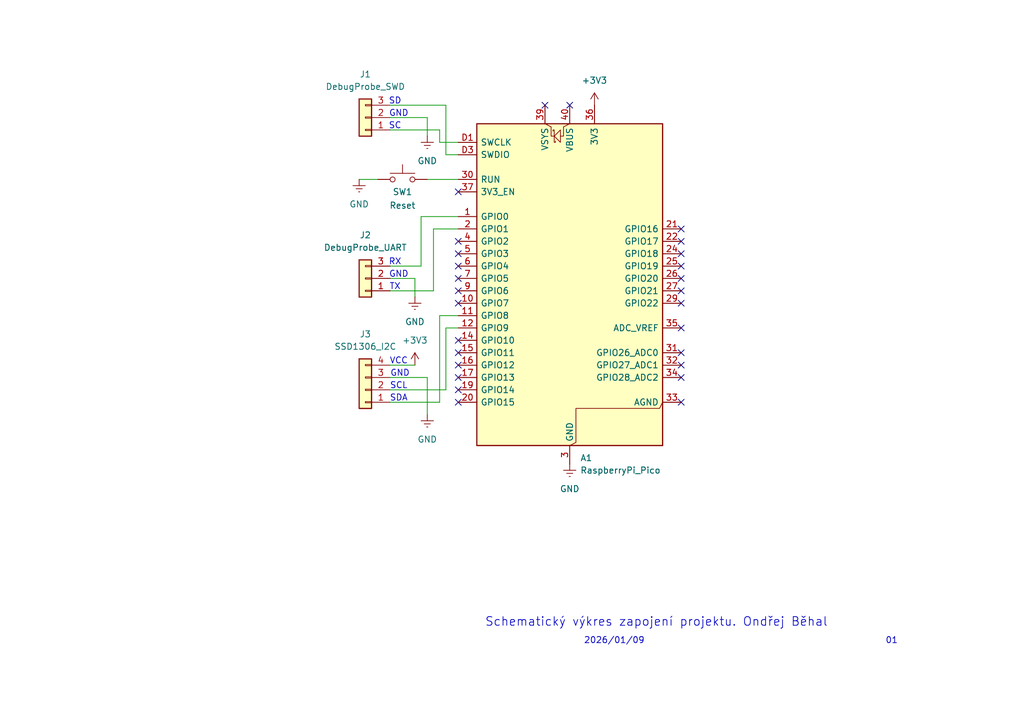
<source format=kicad_sch>
(kicad_sch
	(version 20250114)
	(generator "eeschema")
	(generator_version "9.0")
	(uuid "9c45ba86-2d78-4bb4-b7f2-3c93510fa075")
	(paper "A5")
	(lib_symbols
		(symbol "Connector_Generic:Conn_01x03"
			(pin_names
				(offset 1.016)
				(hide yes)
			)
			(exclude_from_sim no)
			(in_bom yes)
			(on_board yes)
			(property "Reference" "J"
				(at 0 5.08 0)
				(effects
					(font
						(size 1.27 1.27)
					)
				)
			)
			(property "Value" "Conn_01x03"
				(at 0 -5.08 0)
				(effects
					(font
						(size 1.27 1.27)
					)
				)
			)
			(property "Footprint" ""
				(at 0 0 0)
				(effects
					(font
						(size 1.27 1.27)
					)
					(hide yes)
				)
			)
			(property "Datasheet" "~"
				(at 0 0 0)
				(effects
					(font
						(size 1.27 1.27)
					)
					(hide yes)
				)
			)
			(property "Description" "Generic connector, single row, 01x03, script generated (kicad-library-utils/schlib/autogen/connector/)"
				(at 0 0 0)
				(effects
					(font
						(size 1.27 1.27)
					)
					(hide yes)
				)
			)
			(property "ki_keywords" "connector"
				(at 0 0 0)
				(effects
					(font
						(size 1.27 1.27)
					)
					(hide yes)
				)
			)
			(property "ki_fp_filters" "Connector*:*_1x??_*"
				(at 0 0 0)
				(effects
					(font
						(size 1.27 1.27)
					)
					(hide yes)
				)
			)
			(symbol "Conn_01x03_1_1"
				(rectangle
					(start -1.27 3.81)
					(end 1.27 -3.81)
					(stroke
						(width 0.254)
						(type default)
					)
					(fill
						(type background)
					)
				)
				(rectangle
					(start -1.27 2.667)
					(end 0 2.413)
					(stroke
						(width 0.1524)
						(type default)
					)
					(fill
						(type none)
					)
				)
				(rectangle
					(start -1.27 0.127)
					(end 0 -0.127)
					(stroke
						(width 0.1524)
						(type default)
					)
					(fill
						(type none)
					)
				)
				(rectangle
					(start -1.27 -2.413)
					(end 0 -2.667)
					(stroke
						(width 0.1524)
						(type default)
					)
					(fill
						(type none)
					)
				)
				(pin passive line
					(at -5.08 2.54 0)
					(length 3.81)
					(name "Pin_1"
						(effects
							(font
								(size 1.27 1.27)
							)
						)
					)
					(number "1"
						(effects
							(font
								(size 1.27 1.27)
							)
						)
					)
				)
				(pin passive line
					(at -5.08 0 0)
					(length 3.81)
					(name "Pin_2"
						(effects
							(font
								(size 1.27 1.27)
							)
						)
					)
					(number "2"
						(effects
							(font
								(size 1.27 1.27)
							)
						)
					)
				)
				(pin passive line
					(at -5.08 -2.54 0)
					(length 3.81)
					(name "Pin_3"
						(effects
							(font
								(size 1.27 1.27)
							)
						)
					)
					(number "3"
						(effects
							(font
								(size 1.27 1.27)
							)
						)
					)
				)
			)
			(embedded_fonts no)
		)
		(symbol "Connector_Generic:Conn_01x04"
			(pin_names
				(offset 1.016)
				(hide yes)
			)
			(exclude_from_sim no)
			(in_bom yes)
			(on_board yes)
			(property "Reference" "J"
				(at 0 5.08 0)
				(effects
					(font
						(size 1.27 1.27)
					)
				)
			)
			(property "Value" "Conn_01x04"
				(at 0 -7.62 0)
				(effects
					(font
						(size 1.27 1.27)
					)
				)
			)
			(property "Footprint" ""
				(at 0 0 0)
				(effects
					(font
						(size 1.27 1.27)
					)
					(hide yes)
				)
			)
			(property "Datasheet" "~"
				(at 0 0 0)
				(effects
					(font
						(size 1.27 1.27)
					)
					(hide yes)
				)
			)
			(property "Description" "Generic connector, single row, 01x04, script generated (kicad-library-utils/schlib/autogen/connector/)"
				(at 0 0 0)
				(effects
					(font
						(size 1.27 1.27)
					)
					(hide yes)
				)
			)
			(property "ki_keywords" "connector"
				(at 0 0 0)
				(effects
					(font
						(size 1.27 1.27)
					)
					(hide yes)
				)
			)
			(property "ki_fp_filters" "Connector*:*_1x??_*"
				(at 0 0 0)
				(effects
					(font
						(size 1.27 1.27)
					)
					(hide yes)
				)
			)
			(symbol "Conn_01x04_1_1"
				(rectangle
					(start -1.27 3.81)
					(end 1.27 -6.35)
					(stroke
						(width 0.254)
						(type default)
					)
					(fill
						(type background)
					)
				)
				(rectangle
					(start -1.27 2.667)
					(end 0 2.413)
					(stroke
						(width 0.1524)
						(type default)
					)
					(fill
						(type none)
					)
				)
				(rectangle
					(start -1.27 0.127)
					(end 0 -0.127)
					(stroke
						(width 0.1524)
						(type default)
					)
					(fill
						(type none)
					)
				)
				(rectangle
					(start -1.27 -2.413)
					(end 0 -2.667)
					(stroke
						(width 0.1524)
						(type default)
					)
					(fill
						(type none)
					)
				)
				(rectangle
					(start -1.27 -4.953)
					(end 0 -5.207)
					(stroke
						(width 0.1524)
						(type default)
					)
					(fill
						(type none)
					)
				)
				(pin passive line
					(at -5.08 2.54 0)
					(length 3.81)
					(name "Pin_1"
						(effects
							(font
								(size 1.27 1.27)
							)
						)
					)
					(number "1"
						(effects
							(font
								(size 1.27 1.27)
							)
						)
					)
				)
				(pin passive line
					(at -5.08 0 0)
					(length 3.81)
					(name "Pin_2"
						(effects
							(font
								(size 1.27 1.27)
							)
						)
					)
					(number "2"
						(effects
							(font
								(size 1.27 1.27)
							)
						)
					)
				)
				(pin passive line
					(at -5.08 -2.54 0)
					(length 3.81)
					(name "Pin_3"
						(effects
							(font
								(size 1.27 1.27)
							)
						)
					)
					(number "3"
						(effects
							(font
								(size 1.27 1.27)
							)
						)
					)
				)
				(pin passive line
					(at -5.08 -5.08 0)
					(length 3.81)
					(name "Pin_4"
						(effects
							(font
								(size 1.27 1.27)
							)
						)
					)
					(number "4"
						(effects
							(font
								(size 1.27 1.27)
							)
						)
					)
				)
			)
			(embedded_fonts no)
		)
		(symbol "MCU_Module:RaspberryPi_Pico_Debug"
			(pin_names
				(offset 0.762)
			)
			(exclude_from_sim no)
			(in_bom yes)
			(on_board yes)
			(property "Reference" "A"
				(at -19.05 35.56 0)
				(effects
					(font
						(size 1.27 1.27)
					)
					(justify left)
				)
			)
			(property "Value" "RaspberryPi_Pico"
				(at 7.62 35.56 0)
				(effects
					(font
						(size 1.27 1.27)
					)
					(justify left)
				)
			)
			(property "Footprint" "Module:RaspberryPi_Pico_SMD_HandSolder"
				(at 0 -46.99 0)
				(effects
					(font
						(size 1.27 1.27)
					)
					(hide yes)
				)
			)
			(property "Datasheet" "https://datasheets.raspberrypi.com/pico/pico-datasheet.pdf"
				(at 0 -49.53 0)
				(effects
					(font
						(size 1.27 1.27)
					)
					(hide yes)
				)
			)
			(property "Description" "Versatile and inexpensive microcontroller module (with debug pins) powered by RP2040 dual-core Arm Cortex-M0+ processor up to 133 MHz, 264kB SRAM, 2MB QSPI flash; also supports Raspberry Pi Pico 2"
				(at 0 -52.07 0)
				(effects
					(font
						(size 1.27 1.27)
					)
					(hide yes)
				)
			)
			(property "ki_keywords" "RP2350A M33 RISC-V Hazard3 usb swd"
				(at 0 0 0)
				(effects
					(font
						(size 1.27 1.27)
					)
					(hide yes)
				)
			)
			(property "ki_fp_filters" "RaspberryPi?Pico?SMD*"
				(at 0 0 0)
				(effects
					(font
						(size 1.27 1.27)
					)
					(hide yes)
				)
			)
			(symbol "RaspberryPi_Pico_Debug_0_1"
				(rectangle
					(start -19.05 34.29)
					(end 19.05 -31.75)
					(stroke
						(width 0.254)
						(type default)
					)
					(fill
						(type background)
					)
				)
				(polyline
					(pts
						(xy -5.08 34.29) (xy -3.81 33.655) (xy -3.81 31.75) (xy -3.175 31.75)
					)
					(stroke
						(width 0)
						(type default)
					)
					(fill
						(type none)
					)
				)
				(polyline
					(pts
						(xy -3.429 32.766) (xy -3.429 33.02) (xy -3.175 33.02) (xy -3.175 30.48) (xy -2.921 30.48) (xy -2.921 30.734)
					)
					(stroke
						(width 0)
						(type default)
					)
					(fill
						(type none)
					)
				)
				(polyline
					(pts
						(xy -3.175 31.75) (xy -1.905 33.02) (xy -1.905 30.48) (xy -3.175 31.75)
					)
					(stroke
						(width 0)
						(type default)
					)
					(fill
						(type none)
					)
				)
				(polyline
					(pts
						(xy 0 34.29) (xy -1.27 33.655) (xy -1.27 31.75) (xy -1.905 31.75)
					)
					(stroke
						(width 0)
						(type default)
					)
					(fill
						(type none)
					)
				)
				(polyline
					(pts
						(xy 0 -31.75) (xy 1.27 -31.115) (xy 1.27 -24.13) (xy 18.415 -24.13) (xy 19.05 -22.86)
					)
					(stroke
						(width 0)
						(type default)
					)
					(fill
						(type none)
					)
				)
			)
			(symbol "RaspberryPi_Pico_Debug_1_1"
				(pin input line
					(at -22.86 30.48 0)
					(length 3.81)
					(name "SWCLK"
						(effects
							(font
								(size 1.27 1.27)
							)
						)
					)
					(number "D1"
						(effects
							(font
								(size 1.27 1.27)
							)
						)
					)
				)
				(pin bidirectional line
					(at -22.86 27.94 0)
					(length 3.81)
					(name "SWDIO"
						(effects
							(font
								(size 1.27 1.27)
							)
						)
					)
					(number "D3"
						(effects
							(font
								(size 1.27 1.27)
							)
						)
					)
				)
				(pin passive line
					(at -22.86 22.86 0)
					(length 3.81)
					(name "RUN"
						(effects
							(font
								(size 1.27 1.27)
							)
						)
					)
					(number "30"
						(effects
							(font
								(size 1.27 1.27)
							)
						)
					)
					(alternate "~{RESET}" passive line)
				)
				(pin passive line
					(at -22.86 20.32 0)
					(length 3.81)
					(name "3V3_EN"
						(effects
							(font
								(size 1.27 1.27)
							)
						)
					)
					(number "37"
						(effects
							(font
								(size 1.27 1.27)
							)
						)
					)
					(alternate "~{3V3_DISABLE}" passive line)
				)
				(pin bidirectional line
					(at -22.86 15.24 0)
					(length 3.81)
					(name "GPIO0"
						(effects
							(font
								(size 1.27 1.27)
							)
						)
					)
					(number "1"
						(effects
							(font
								(size 1.27 1.27)
							)
						)
					)
					(alternate "I2C0_SDA" bidirectional line)
					(alternate "PWM0_A" output line)
					(alternate "SPI0_RX" input line)
					(alternate "UART0_TX" output line)
					(alternate "USB_OVCUR_DET" input line)
				)
				(pin bidirectional line
					(at -22.86 12.7 0)
					(length 3.81)
					(name "GPIO1"
						(effects
							(font
								(size 1.27 1.27)
							)
						)
					)
					(number "2"
						(effects
							(font
								(size 1.27 1.27)
							)
						)
					)
					(alternate "I2C0_SCL" bidirectional clock)
					(alternate "PWM0_B" bidirectional line)
					(alternate "UART0_RX" input line)
					(alternate "USB_VBUS_DET" passive line)
					(alternate "~{SPI0_CSn}" bidirectional line)
				)
				(pin bidirectional line
					(at -22.86 10.16 0)
					(length 3.81)
					(name "GPIO2"
						(effects
							(font
								(size 1.27 1.27)
							)
						)
					)
					(number "4"
						(effects
							(font
								(size 1.27 1.27)
							)
						)
					)
					(alternate "I2C1_SDA" bidirectional line)
					(alternate "PWM1_A" output line)
					(alternate "SPI0_SCK" bidirectional clock)
					(alternate "UART0_CTS" input line)
					(alternate "USB_VBUS_EN" output line)
				)
				(pin bidirectional line
					(at -22.86 7.62 0)
					(length 3.81)
					(name "GPIO3"
						(effects
							(font
								(size 1.27 1.27)
							)
						)
					)
					(number "5"
						(effects
							(font
								(size 1.27 1.27)
							)
						)
					)
					(alternate "I2C1_SCL" bidirectional clock)
					(alternate "PWM1_B" bidirectional line)
					(alternate "SPI0_TX" output line)
					(alternate "UART0_RTS" output line)
					(alternate "USB_OVCUR_DET" input line)
				)
				(pin bidirectional line
					(at -22.86 5.08 0)
					(length 3.81)
					(name "GPIO4"
						(effects
							(font
								(size 1.27 1.27)
							)
						)
					)
					(number "6"
						(effects
							(font
								(size 1.27 1.27)
							)
						)
					)
					(alternate "I2C0_SDA" bidirectional line)
					(alternate "PWM2_A" output line)
					(alternate "SPI0_RX" input line)
					(alternate "UART1_TX" output line)
					(alternate "USB_VBUS_DET" input line)
				)
				(pin bidirectional line
					(at -22.86 2.54 0)
					(length 3.81)
					(name "GPIO5"
						(effects
							(font
								(size 1.27 1.27)
							)
						)
					)
					(number "7"
						(effects
							(font
								(size 1.27 1.27)
							)
						)
					)
					(alternate "I2C0_SCL" bidirectional clock)
					(alternate "PWM2_B" bidirectional line)
					(alternate "UART1_RX" input line)
					(alternate "USB_VBUS_EN" output line)
					(alternate "~{SPI0_CSn}" bidirectional line)
				)
				(pin bidirectional line
					(at -22.86 0 0)
					(length 3.81)
					(name "GPIO6"
						(effects
							(font
								(size 1.27 1.27)
							)
						)
					)
					(number "9"
						(effects
							(font
								(size 1.27 1.27)
							)
						)
					)
					(alternate "I2C1_SDA" bidirectional line)
					(alternate "PWM3_A" output line)
					(alternate "SPI0_SCK" bidirectional clock)
					(alternate "UART1_CTS" input line)
					(alternate "USB_OVCUR_DET" input line)
				)
				(pin bidirectional line
					(at -22.86 -2.54 0)
					(length 3.81)
					(name "GPIO7"
						(effects
							(font
								(size 1.27 1.27)
							)
						)
					)
					(number "10"
						(effects
							(font
								(size 1.27 1.27)
							)
						)
					)
					(alternate "I2C1_SCL" bidirectional clock)
					(alternate "PWM3_B" bidirectional line)
					(alternate "SPI0_TX" output line)
					(alternate "UART1_RTS" output line)
					(alternate "USB_VBUS_DET" input line)
				)
				(pin bidirectional line
					(at -22.86 -5.08 0)
					(length 3.81)
					(name "GPIO8"
						(effects
							(font
								(size 1.27 1.27)
							)
						)
					)
					(number "11"
						(effects
							(font
								(size 1.27 1.27)
							)
						)
					)
					(alternate "I2C0_SDA" bidirectional line)
					(alternate "PWM4_A" output line)
					(alternate "SPI1_RX" input line)
					(alternate "UART1_TX" output line)
					(alternate "USB_VBUS_EN" output line)
				)
				(pin bidirectional line
					(at -22.86 -7.62 0)
					(length 3.81)
					(name "GPIO9"
						(effects
							(font
								(size 1.27 1.27)
							)
						)
					)
					(number "12"
						(effects
							(font
								(size 1.27 1.27)
							)
						)
					)
					(alternate "I2C0_SCL" bidirectional clock)
					(alternate "PWM4_B" bidirectional line)
					(alternate "UART1_RX" input line)
					(alternate "USB_OVCUR_DET" input line)
					(alternate "~{SPI1_CSn}" bidirectional line)
				)
				(pin bidirectional line
					(at -22.86 -10.16 0)
					(length 3.81)
					(name "GPIO10"
						(effects
							(font
								(size 1.27 1.27)
							)
						)
					)
					(number "14"
						(effects
							(font
								(size 1.27 1.27)
							)
						)
					)
					(alternate "I2C1_SDA" bidirectional line)
					(alternate "PWM5_A" output line)
					(alternate "SPI1_SCK" bidirectional clock)
					(alternate "UART1_CTS" input line)
					(alternate "USB_VBUS_DET" input line)
				)
				(pin bidirectional line
					(at -22.86 -12.7 0)
					(length 3.81)
					(name "GPIO11"
						(effects
							(font
								(size 1.27 1.27)
							)
						)
					)
					(number "15"
						(effects
							(font
								(size 1.27 1.27)
							)
						)
					)
					(alternate "I2C1_SCL" bidirectional clock)
					(alternate "PWM5_B" bidirectional line)
					(alternate "SPI1_TX" output line)
					(alternate "UART1_RTS" output line)
					(alternate "USB_VBUS_EN" output line)
				)
				(pin bidirectional line
					(at -22.86 -15.24 0)
					(length 3.81)
					(name "GPIO12"
						(effects
							(font
								(size 1.27 1.27)
							)
						)
					)
					(number "16"
						(effects
							(font
								(size 1.27 1.27)
							)
						)
					)
					(alternate "I2C0_SDA" bidirectional line)
					(alternate "PWM6_A" output line)
					(alternate "SPI1_RX" input line)
					(alternate "UART0_TX" output line)
					(alternate "USB_OVCUR_DET" input line)
				)
				(pin bidirectional line
					(at -22.86 -17.78 0)
					(length 3.81)
					(name "GPIO13"
						(effects
							(font
								(size 1.27 1.27)
							)
						)
					)
					(number "17"
						(effects
							(font
								(size 1.27 1.27)
							)
						)
					)
					(alternate "I2C0_SCL" bidirectional clock)
					(alternate "PWM6_B" bidirectional line)
					(alternate "UART0_RX" input line)
					(alternate "USB_VBUS_DET" input line)
					(alternate "~{SPI1_CSn}" bidirectional line)
				)
				(pin bidirectional line
					(at -22.86 -20.32 0)
					(length 3.81)
					(name "GPIO14"
						(effects
							(font
								(size 1.27 1.27)
							)
						)
					)
					(number "19"
						(effects
							(font
								(size 1.27 1.27)
							)
						)
					)
					(alternate "I2C1_SDA" bidirectional line)
					(alternate "PWM7_A" output line)
					(alternate "SPI1_SCK" bidirectional clock)
					(alternate "UART0_CTS" input line)
					(alternate "USB_VBUS_EN" output line)
				)
				(pin bidirectional line
					(at -22.86 -22.86 0)
					(length 3.81)
					(name "GPIO15"
						(effects
							(font
								(size 1.27 1.27)
							)
						)
					)
					(number "20"
						(effects
							(font
								(size 1.27 1.27)
							)
						)
					)
					(alternate "I2C1_SCL" bidirectional clock)
					(alternate "PWM7_B" bidirectional line)
					(alternate "SPI1_TX" output line)
					(alternate "UART0_RTS" output line)
					(alternate "USB_OVCUR_DET" input line)
				)
				(pin power_in line
					(at -5.08 38.1 270)
					(length 3.81)
					(name "VSYS"
						(effects
							(font
								(size 1.27 1.27)
							)
						)
					)
					(number "39"
						(effects
							(font
								(size 1.27 1.27)
							)
						)
					)
					(alternate "VSYS_OUT" power_out line)
				)
				(pin power_out line
					(at 0 38.1 270)
					(length 3.81)
					(name "VBUS"
						(effects
							(font
								(size 1.27 1.27)
							)
						)
					)
					(number "40"
						(effects
							(font
								(size 1.27 1.27)
							)
						)
					)
					(alternate "VBUS_IN" power_in line)
				)
				(pin passive line
					(at 0 -35.56 90)
					(length 3.81)
					(hide yes)
					(name "GND"
						(effects
							(font
								(size 1.27 1.27)
							)
						)
					)
					(number "13"
						(effects
							(font
								(size 1.27 1.27)
							)
						)
					)
				)
				(pin passive line
					(at 0 -35.56 90)
					(length 3.81)
					(hide yes)
					(name "GND"
						(effects
							(font
								(size 1.27 1.27)
							)
						)
					)
					(number "18"
						(effects
							(font
								(size 1.27 1.27)
							)
						)
					)
				)
				(pin passive line
					(at 0 -35.56 90)
					(length 3.81)
					(hide yes)
					(name "GND"
						(effects
							(font
								(size 1.27 1.27)
							)
						)
					)
					(number "23"
						(effects
							(font
								(size 1.27 1.27)
							)
						)
					)
				)
				(pin passive line
					(at 0 -35.56 90)
					(length 3.81)
					(hide yes)
					(name "GND"
						(effects
							(font
								(size 1.27 1.27)
							)
						)
					)
					(number "28"
						(effects
							(font
								(size 1.27 1.27)
							)
						)
					)
				)
				(pin power_out line
					(at 0 -35.56 90)
					(length 3.81)
					(name "GND"
						(effects
							(font
								(size 1.27 1.27)
							)
						)
					)
					(number "3"
						(effects
							(font
								(size 1.27 1.27)
							)
						)
					)
					(alternate "GND_IN" power_in line)
				)
				(pin passive line
					(at 0 -35.56 90)
					(length 3.81)
					(hide yes)
					(name "GND"
						(effects
							(font
								(size 1.27 1.27)
							)
						)
					)
					(number "38"
						(effects
							(font
								(size 1.27 1.27)
							)
						)
					)
				)
				(pin passive line
					(at 0 -35.56 90)
					(length 3.81)
					(hide yes)
					(name "GND"
						(effects
							(font
								(size 1.27 1.27)
							)
						)
					)
					(number "8"
						(effects
							(font
								(size 1.27 1.27)
							)
						)
					)
				)
				(pin passive line
					(at 0 -35.56 90)
					(length 3.81)
					(hide yes)
					(name "GND"
						(effects
							(font
								(size 1.27 1.27)
							)
						)
					)
					(number "D2"
						(effects
							(font
								(size 1.27 1.27)
							)
						)
					)
				)
				(pin power_out line
					(at 5.08 38.1 270)
					(length 3.81)
					(name "3V3"
						(effects
							(font
								(size 1.27 1.27)
							)
						)
					)
					(number "36"
						(effects
							(font
								(size 1.27 1.27)
							)
						)
					)
				)
				(pin bidirectional line
					(at 22.86 12.7 180)
					(length 3.81)
					(name "GPIO16"
						(effects
							(font
								(size 1.27 1.27)
							)
						)
					)
					(number "21"
						(effects
							(font
								(size 1.27 1.27)
							)
						)
					)
					(alternate "I2C0_SDA" bidirectional line)
					(alternate "PWM0_A" output line)
					(alternate "SPI0_RX" input line)
					(alternate "UART0_TX" output line)
					(alternate "USB_VBUS_DET" input line)
				)
				(pin bidirectional line
					(at 22.86 10.16 180)
					(length 3.81)
					(name "GPIO17"
						(effects
							(font
								(size 1.27 1.27)
							)
						)
					)
					(number "22"
						(effects
							(font
								(size 1.27 1.27)
							)
						)
					)
					(alternate "I2C0_SCL" bidirectional clock)
					(alternate "PWM0_B" bidirectional line)
					(alternate "UART0_RX" input line)
					(alternate "USB_VBUS_EN" output line)
					(alternate "~{SPI0_CSn}" bidirectional line)
				)
				(pin bidirectional line
					(at 22.86 7.62 180)
					(length 3.81)
					(name "GPIO18"
						(effects
							(font
								(size 1.27 1.27)
							)
						)
					)
					(number "24"
						(effects
							(font
								(size 1.27 1.27)
							)
						)
					)
					(alternate "I2C1_SDA" bidirectional line)
					(alternate "PWM1_A" output line)
					(alternate "SPI0_SCK" bidirectional clock)
					(alternate "UART0_CTS" input line)
					(alternate "USB_OVCUR_DET" input line)
				)
				(pin bidirectional line
					(at 22.86 5.08 180)
					(length 3.81)
					(name "GPIO19"
						(effects
							(font
								(size 1.27 1.27)
							)
						)
					)
					(number "25"
						(effects
							(font
								(size 1.27 1.27)
							)
						)
					)
					(alternate "I2C1_SCL" bidirectional clock)
					(alternate "PWM1_B" bidirectional line)
					(alternate "SPI0_TX" output line)
					(alternate "UART0_RTS" output line)
					(alternate "USB_VBUS_DET" input line)
				)
				(pin bidirectional line
					(at 22.86 2.54 180)
					(length 3.81)
					(name "GPIO20"
						(effects
							(font
								(size 1.27 1.27)
							)
						)
					)
					(number "26"
						(effects
							(font
								(size 1.27 1.27)
							)
						)
					)
					(alternate "CLOCK_GPIN0" input clock)
					(alternate "I2C0_SDA" bidirectional line)
					(alternate "PWM2_A" output line)
					(alternate "SPI0_RX" input line)
					(alternate "UART1_TX" output line)
					(alternate "USB_VBUS_EN" output line)
				)
				(pin bidirectional line
					(at 22.86 0 180)
					(length 3.81)
					(name "GPIO21"
						(effects
							(font
								(size 1.27 1.27)
							)
						)
					)
					(number "27"
						(effects
							(font
								(size 1.27 1.27)
							)
						)
					)
					(alternate "CLOCK_GPOUT0" output clock)
					(alternate "I2C0_SCL" bidirectional clock)
					(alternate "PWM2_B" bidirectional line)
					(alternate "UART1_RX" input line)
					(alternate "USB_OVCUR_DET" input line)
					(alternate "~{SPI0_CSn}" bidirectional line)
				)
				(pin bidirectional line
					(at 22.86 -2.54 180)
					(length 3.81)
					(name "GPIO22"
						(effects
							(font
								(size 1.27 1.27)
							)
						)
					)
					(number "29"
						(effects
							(font
								(size 1.27 1.27)
							)
						)
					)
					(alternate "CLOCK_GPIN1" input clock)
					(alternate "I2C1_SDA" bidirectional line)
					(alternate "PWM3_A" output line)
					(alternate "SPI0_SCK" bidirectional clock)
					(alternate "UART1_CTS" input line)
					(alternate "USB_VBUS_DET" input line)
				)
				(pin power_in line
					(at 22.86 -7.62 180)
					(length 3.81)
					(name "ADC_VREF"
						(effects
							(font
								(size 1.27 1.27)
							)
						)
					)
					(number "35"
						(effects
							(font
								(size 1.27 1.27)
							)
						)
					)
				)
				(pin bidirectional line
					(at 22.86 -12.7 180)
					(length 3.81)
					(name "GPIO26_ADC0"
						(effects
							(font
								(size 1.27 1.27)
							)
						)
					)
					(number "31"
						(effects
							(font
								(size 1.27 1.27)
							)
						)
					)
					(alternate "ADC0" input line)
					(alternate "GPIO26" bidirectional line)
					(alternate "I2C1_SDA" bidirectional line)
					(alternate "PWM5_A" output line)
					(alternate "SPI1_SCK" bidirectional clock)
					(alternate "UART1_CTS" input line)
					(alternate "USB_VBUS_EN" output line)
				)
				(pin bidirectional line
					(at 22.86 -15.24 180)
					(length 3.81)
					(name "GPIO27_ADC1"
						(effects
							(font
								(size 1.27 1.27)
							)
						)
					)
					(number "32"
						(effects
							(font
								(size 1.27 1.27)
							)
						)
					)
					(alternate "ADC1" input line)
					(alternate "GPIO27" bidirectional line)
					(alternate "I2C1_SCL" bidirectional clock)
					(alternate "PWM5_B" bidirectional line)
					(alternate "SPI1_TX" output line)
					(alternate "UART1_RTS" output line)
					(alternate "USB_OVCUR_DET" input line)
				)
				(pin bidirectional line
					(at 22.86 -17.78 180)
					(length 3.81)
					(name "GPIO28_ADC2"
						(effects
							(font
								(size 1.27 1.27)
							)
						)
					)
					(number "34"
						(effects
							(font
								(size 1.27 1.27)
							)
						)
					)
					(alternate "ADC2" input line)
					(alternate "GPIO28" bidirectional line)
					(alternate "I2C0_SDA" bidirectional line)
					(alternate "PWM6_A" output line)
					(alternate "SPI1_RX" input line)
					(alternate "UART0_TX" output line)
					(alternate "USB_VBUS_DET" input line)
				)
				(pin power_out line
					(at 22.86 -22.86 180)
					(length 3.81)
					(name "AGND"
						(effects
							(font
								(size 1.27 1.27)
							)
						)
					)
					(number "33"
						(effects
							(font
								(size 1.27 1.27)
							)
						)
					)
					(alternate "GND" passive line)
				)
			)
			(embedded_fonts no)
		)
		(symbol "Switch:SW_Push"
			(pin_numbers
				(hide yes)
			)
			(pin_names
				(offset 1.016)
				(hide yes)
			)
			(exclude_from_sim no)
			(in_bom yes)
			(on_board yes)
			(property "Reference" "SW"
				(at 1.27 2.54 0)
				(effects
					(font
						(size 1.27 1.27)
					)
					(justify left)
				)
			)
			(property "Value" "SW_Push"
				(at 0 -1.524 0)
				(effects
					(font
						(size 1.27 1.27)
					)
				)
			)
			(property "Footprint" ""
				(at 0 5.08 0)
				(effects
					(font
						(size 1.27 1.27)
					)
					(hide yes)
				)
			)
			(property "Datasheet" "~"
				(at 0 5.08 0)
				(effects
					(font
						(size 1.27 1.27)
					)
					(hide yes)
				)
			)
			(property "Description" "Push button switch, generic, two pins"
				(at 0 0 0)
				(effects
					(font
						(size 1.27 1.27)
					)
					(hide yes)
				)
			)
			(property "ki_keywords" "switch normally-open pushbutton push-button"
				(at 0 0 0)
				(effects
					(font
						(size 1.27 1.27)
					)
					(hide yes)
				)
			)
			(symbol "SW_Push_0_1"
				(circle
					(center -2.032 0)
					(radius 0.508)
					(stroke
						(width 0)
						(type default)
					)
					(fill
						(type none)
					)
				)
				(polyline
					(pts
						(xy 0 1.27) (xy 0 3.048)
					)
					(stroke
						(width 0)
						(type default)
					)
					(fill
						(type none)
					)
				)
				(circle
					(center 2.032 0)
					(radius 0.508)
					(stroke
						(width 0)
						(type default)
					)
					(fill
						(type none)
					)
				)
				(polyline
					(pts
						(xy 2.54 1.27) (xy -2.54 1.27)
					)
					(stroke
						(width 0)
						(type default)
					)
					(fill
						(type none)
					)
				)
				(pin passive line
					(at -5.08 0 0)
					(length 2.54)
					(name "1"
						(effects
							(font
								(size 1.27 1.27)
							)
						)
					)
					(number "1"
						(effects
							(font
								(size 1.27 1.27)
							)
						)
					)
				)
				(pin passive line
					(at 5.08 0 180)
					(length 2.54)
					(name "2"
						(effects
							(font
								(size 1.27 1.27)
							)
						)
					)
					(number "2"
						(effects
							(font
								(size 1.27 1.27)
							)
						)
					)
				)
			)
			(embedded_fonts no)
		)
		(symbol "power:+3V3"
			(power)
			(pin_numbers
				(hide yes)
			)
			(pin_names
				(offset 0)
				(hide yes)
			)
			(exclude_from_sim no)
			(in_bom yes)
			(on_board yes)
			(property "Reference" "#PWR"
				(at 0 -3.81 0)
				(effects
					(font
						(size 1.27 1.27)
					)
					(hide yes)
				)
			)
			(property "Value" "+3V3"
				(at 0 3.556 0)
				(effects
					(font
						(size 1.27 1.27)
					)
				)
			)
			(property "Footprint" ""
				(at 0 0 0)
				(effects
					(font
						(size 1.27 1.27)
					)
					(hide yes)
				)
			)
			(property "Datasheet" ""
				(at 0 0 0)
				(effects
					(font
						(size 1.27 1.27)
					)
					(hide yes)
				)
			)
			(property "Description" "Power symbol creates a global label with name \"+3V3\""
				(at 0 0 0)
				(effects
					(font
						(size 1.27 1.27)
					)
					(hide yes)
				)
			)
			(property "ki_keywords" "global power"
				(at 0 0 0)
				(effects
					(font
						(size 1.27 1.27)
					)
					(hide yes)
				)
			)
			(symbol "+3V3_0_1"
				(polyline
					(pts
						(xy -0.762 1.27) (xy 0 2.54)
					)
					(stroke
						(width 0)
						(type default)
					)
					(fill
						(type none)
					)
				)
				(polyline
					(pts
						(xy 0 2.54) (xy 0.762 1.27)
					)
					(stroke
						(width 0)
						(type default)
					)
					(fill
						(type none)
					)
				)
				(polyline
					(pts
						(xy 0 0) (xy 0 2.54)
					)
					(stroke
						(width 0)
						(type default)
					)
					(fill
						(type none)
					)
				)
			)
			(symbol "+3V3_1_1"
				(pin power_in line
					(at 0 0 90)
					(length 0)
					(name "~"
						(effects
							(font
								(size 1.27 1.27)
							)
						)
					)
					(number "1"
						(effects
							(font
								(size 1.27 1.27)
							)
						)
					)
				)
			)
			(embedded_fonts no)
		)
		(symbol "power:GNDREF"
			(power)
			(pin_numbers
				(hide yes)
			)
			(pin_names
				(offset 0)
				(hide yes)
			)
			(exclude_from_sim no)
			(in_bom yes)
			(on_board yes)
			(property "Reference" "#PWR"
				(at 0 -6.35 0)
				(effects
					(font
						(size 1.27 1.27)
					)
					(hide yes)
				)
			)
			(property "Value" "GNDREF"
				(at 0 -3.81 0)
				(effects
					(font
						(size 1.27 1.27)
					)
				)
			)
			(property "Footprint" ""
				(at 0 0 0)
				(effects
					(font
						(size 1.27 1.27)
					)
					(hide yes)
				)
			)
			(property "Datasheet" ""
				(at 0 0 0)
				(effects
					(font
						(size 1.27 1.27)
					)
					(hide yes)
				)
			)
			(property "Description" "Power symbol creates a global label with name \"GNDREF\" , reference supply ground"
				(at 0 0 0)
				(effects
					(font
						(size 1.27 1.27)
					)
					(hide yes)
				)
			)
			(property "ki_keywords" "global power"
				(at 0 0 0)
				(effects
					(font
						(size 1.27 1.27)
					)
					(hide yes)
				)
			)
			(symbol "GNDREF_0_1"
				(polyline
					(pts
						(xy -0.635 -1.905) (xy 0.635 -1.905)
					)
					(stroke
						(width 0)
						(type default)
					)
					(fill
						(type none)
					)
				)
				(polyline
					(pts
						(xy -0.127 -2.54) (xy 0.127 -2.54)
					)
					(stroke
						(width 0)
						(type default)
					)
					(fill
						(type none)
					)
				)
				(polyline
					(pts
						(xy 0 -1.27) (xy 0 0)
					)
					(stroke
						(width 0)
						(type default)
					)
					(fill
						(type none)
					)
				)
				(polyline
					(pts
						(xy 1.27 -1.27) (xy -1.27 -1.27)
					)
					(stroke
						(width 0)
						(type default)
					)
					(fill
						(type none)
					)
				)
			)
			(symbol "GNDREF_1_1"
				(pin power_in line
					(at 0 0 270)
					(length 0)
					(name "~"
						(effects
							(font
								(size 1.27 1.27)
							)
						)
					)
					(number "1"
						(effects
							(font
								(size 1.27 1.27)
							)
						)
					)
				)
			)
			(embedded_fonts no)
		)
	)
	(text "01"
		(exclude_from_sim no)
		(at 182.88 131.572 0)
		(effects
			(font
				(size 1.27 1.27)
			)
		)
		(uuid "00d7697a-36f3-4a47-b37c-cfbad34ad47d")
	)
	(text "SC"
		(exclude_from_sim no)
		(at 81.026 25.908 0)
		(effects
			(font
				(size 1.27 1.27)
			)
		)
		(uuid "24fb9bd9-b7e6-43ce-a94c-6f158eb18db3")
	)
	(text "TX"
		(exclude_from_sim no)
		(at 81.026 58.928 0)
		(effects
			(font
				(size 1.27 1.27)
			)
		)
		(uuid "3396a8b6-a790-4802-b119-ef0de23b3a63")
	)
	(text "VCC"
		(exclude_from_sim no)
		(at 81.788 74.168 0)
		(effects
			(font
				(size 1.27 1.27)
			)
		)
		(uuid "56345806-122c-4505-8d79-536c341335fa")
	)
	(text "GND"
		(exclude_from_sim no)
		(at 81.788 56.388 0)
		(effects
			(font
				(size 1.27 1.27)
			)
		)
		(uuid "660c5428-6e1a-473f-876e-0f4538940cab")
	)
	(text "GND"
		(exclude_from_sim no)
		(at 81.788 23.368 0)
		(effects
			(font
				(size 1.27 1.27)
			)
		)
		(uuid "6b876d65-39b1-4d5a-b752-182c84c95d24")
	)
	(text "SD"
		(exclude_from_sim no)
		(at 81.026 20.828 0)
		(effects
			(font
				(size 1.27 1.27)
			)
		)
		(uuid "73d4e8ef-5356-444c-b21d-be100b60d25c")
	)
	(text "SCL"
		(exclude_from_sim no)
		(at 81.788 79.248 0)
		(effects
			(font
				(size 1.27 1.27)
			)
		)
		(uuid "a9881bc8-cd6a-42b2-a4d0-e1f4970d7009")
	)
	(text "RX"
		(exclude_from_sim no)
		(at 81.026 53.848 0)
		(effects
			(font
				(size 1.27 1.27)
			)
		)
		(uuid "cc8fd712-c288-4b10-b0c0-8df78eaf9f60")
	)
	(text "GND"
		(exclude_from_sim no)
		(at 82.042 76.708 0)
		(effects
			(font
				(size 1.27 1.27)
			)
		)
		(uuid "dad1d4e0-83a6-465d-a609-35634edbdd3a")
	)
	(text "Schematický výkres zapojení projektu. Ondřej Běhal"
		(exclude_from_sim no)
		(at 134.62 127.762 0)
		(effects
			(font
				(size 1.778 1.778)
			)
		)
		(uuid "f5f0ed67-4ded-4d31-9839-eadc3f8f232e")
	)
	(text "SDA"
		(exclude_from_sim no)
		(at 81.788 81.788 0)
		(effects
			(font
				(size 1.27 1.27)
			)
		)
		(uuid "f737b399-e568-4705-86fd-5f10ec8e463c")
	)
	(text "2026/01/09"
		(exclude_from_sim no)
		(at 125.984 131.572 0)
		(effects
			(font
				(size 1.27 1.27)
			)
		)
		(uuid "f765c190-efe4-43ff-831b-cf63f2d048e7")
	)
	(no_connect
		(at 139.7 57.15)
		(uuid "092abc33-af09-49e1-88fc-0dacb0b95981")
	)
	(no_connect
		(at 93.98 74.93)
		(uuid "14e828d6-1b1c-4bdf-a245-d5aed36ef0a4")
	)
	(no_connect
		(at 139.7 46.99)
		(uuid "1cbb51a8-4172-4874-b0d9-c3658c83b0d9")
	)
	(no_connect
		(at 93.98 52.07)
		(uuid "1dde3233-a629-4775-a7ca-ccbcbc3dcf7e")
	)
	(no_connect
		(at 139.7 74.93)
		(uuid "28a8de5e-70dc-4001-be28-7794fd278cfa")
	)
	(no_connect
		(at 139.7 72.39)
		(uuid "2facc3e1-66b9-4600-b1bd-128e2d0ed263")
	)
	(no_connect
		(at 116.84 21.59)
		(uuid "3510808f-d3b9-423f-9a08-0163998455d8")
	)
	(no_connect
		(at 93.98 72.39)
		(uuid "39afce07-af20-4d5c-8978-e1543e8a354e")
	)
	(no_connect
		(at 139.7 54.61)
		(uuid "58eddbf4-4b72-4ad5-ad7e-ae15fc6d20f7")
	)
	(no_connect
		(at 139.7 49.53)
		(uuid "5b1a7e34-f473-490e-b19a-81b33cab4dc5")
	)
	(no_connect
		(at 139.7 77.47)
		(uuid "5bd8035d-9a23-4fa1-b90c-b41883fe5e5c")
	)
	(no_connect
		(at 139.7 52.07)
		(uuid "5f57ed9f-cf45-4170-8761-f6d22b42cbc1")
	)
	(no_connect
		(at 93.98 62.23)
		(uuid "61249451-b13a-4770-87fc-b34d06127971")
	)
	(no_connect
		(at 139.7 82.55)
		(uuid "6407f4c4-f7b7-43f1-a28e-b521caf22cd7")
	)
	(no_connect
		(at 93.98 39.37)
		(uuid "64b3b8f8-1ef4-497e-8d12-5043dc8adee5")
	)
	(no_connect
		(at 93.98 57.15)
		(uuid "673944e2-1dc1-45b1-a8a9-79a58e2c0f05")
	)
	(no_connect
		(at 93.98 59.69)
		(uuid "7ae59567-55b2-401a-8e2e-47ae0baddc30")
	)
	(no_connect
		(at 93.98 69.85)
		(uuid "7d342533-61a1-4250-9994-8baf27de5881")
	)
	(no_connect
		(at 93.98 49.53)
		(uuid "8672a076-7737-4145-925c-abbaf673a3dc")
	)
	(no_connect
		(at 93.98 77.47)
		(uuid "a2343b5d-7a73-45f8-8c67-fe54622b77e3")
	)
	(no_connect
		(at 93.98 82.55)
		(uuid "c808519b-d047-4e0c-b3d0-a9d8d00963d0")
	)
	(no_connect
		(at 93.98 80.01)
		(uuid "d550ab2c-8c93-4818-a920-32d887700f60")
	)
	(no_connect
		(at 139.7 62.23)
		(uuid "d6cb54de-51d7-4ea8-95ae-24c751a4d32a")
	)
	(no_connect
		(at 139.7 67.31)
		(uuid "e6a4af86-83d4-4734-ae21-3f19c5785440")
	)
	(no_connect
		(at 93.98 54.61)
		(uuid "fe545ae8-7567-4abe-bb91-e0bee260ac2b")
	)
	(no_connect
		(at 139.7 59.69)
		(uuid "febfb95f-25f0-4346-8d58-13b0348df70f")
	)
	(no_connect
		(at 111.76 21.59)
		(uuid "fff45256-1580-451a-ac73-26139dbcb8d3")
	)
	(wire
		(pts
			(xy 87.63 36.83) (xy 93.98 36.83)
		)
		(stroke
			(width 0)
			(type default)
		)
		(uuid "012c1cec-1b9a-4d89-9155-9aa2e29e033f")
	)
	(wire
		(pts
			(xy 93.98 31.75) (xy 91.44 31.75)
		)
		(stroke
			(width 0)
			(type default)
		)
		(uuid "049f8105-5d8b-4371-b9c8-17af1cd8fd84")
	)
	(wire
		(pts
			(xy 91.44 67.31) (xy 93.98 67.31)
		)
		(stroke
			(width 0)
			(type default)
		)
		(uuid "0672622d-89ae-496c-900f-a234da70019a")
	)
	(wire
		(pts
			(xy 80.01 21.59) (xy 91.44 21.59)
		)
		(stroke
			(width 0)
			(type default)
		)
		(uuid "0e3d68a1-191f-43f4-b7c7-ce08d8c63c56")
	)
	(wire
		(pts
			(xy 80.01 59.69) (xy 88.9 59.69)
		)
		(stroke
			(width 0)
			(type default)
		)
		(uuid "20eda403-327f-475e-a6dc-e40e3fb909d5")
	)
	(wire
		(pts
			(xy 90.17 26.67) (xy 90.17 29.21)
		)
		(stroke
			(width 0)
			(type default)
		)
		(uuid "2ef8057c-7080-4951-811c-f97b571f169e")
	)
	(wire
		(pts
			(xy 85.09 57.15) (xy 85.09 60.96)
		)
		(stroke
			(width 0)
			(type default)
		)
		(uuid "38464076-fd07-42d0-9a9d-356ec1375a28")
	)
	(wire
		(pts
			(xy 80.01 77.47) (xy 87.63 77.47)
		)
		(stroke
			(width 0)
			(type default)
		)
		(uuid "3b3da785-c9c7-45df-8d5b-00a778d0caaf")
	)
	(wire
		(pts
			(xy 91.44 31.75) (xy 91.44 21.59)
		)
		(stroke
			(width 0)
			(type default)
		)
		(uuid "406f54f0-8959-43be-ab37-9267dd759b06")
	)
	(wire
		(pts
			(xy 80.01 74.93) (xy 85.09 74.93)
		)
		(stroke
			(width 0)
			(type default)
		)
		(uuid "4bb26ab4-5231-49e5-b739-6eeb270c68a8")
	)
	(wire
		(pts
			(xy 93.98 46.99) (xy 88.9 46.99)
		)
		(stroke
			(width 0)
			(type default)
		)
		(uuid "6a87b213-1b47-4dfa-bc2d-151ca87f0d27")
	)
	(wire
		(pts
			(xy 80.01 80.01) (xy 91.44 80.01)
		)
		(stroke
			(width 0)
			(type default)
		)
		(uuid "7f02da21-a631-4a6a-853e-aa61c0e6be6e")
	)
	(wire
		(pts
			(xy 86.36 54.61) (xy 86.36 44.45)
		)
		(stroke
			(width 0)
			(type default)
		)
		(uuid "853af182-dc8b-47dc-a392-7a9471d50e23")
	)
	(wire
		(pts
			(xy 88.9 46.99) (xy 88.9 59.69)
		)
		(stroke
			(width 0)
			(type default)
		)
		(uuid "8f5359a2-b83f-4da5-a76b-6ccbc8558e6e")
	)
	(wire
		(pts
			(xy 80.01 82.55) (xy 90.17 82.55)
		)
		(stroke
			(width 0)
			(type default)
		)
		(uuid "9ee0fbe6-32ba-434e-92e2-090768227e5d")
	)
	(wire
		(pts
			(xy 80.01 26.67) (xy 90.17 26.67)
		)
		(stroke
			(width 0)
			(type default)
		)
		(uuid "b8c29aee-0cc7-44f6-a5d6-04ee17ab985a")
	)
	(wire
		(pts
			(xy 91.44 80.01) (xy 91.44 67.31)
		)
		(stroke
			(width 0)
			(type default)
		)
		(uuid "b8f955df-057d-4954-b4f4-84b03a7f583d")
	)
	(wire
		(pts
			(xy 80.01 54.61) (xy 86.36 54.61)
		)
		(stroke
			(width 0)
			(type default)
		)
		(uuid "b9064bb0-b4bd-42e4-997e-8855bff713a7")
	)
	(wire
		(pts
			(xy 73.66 36.83) (xy 77.47 36.83)
		)
		(stroke
			(width 0)
			(type default)
		)
		(uuid "ba909a75-1faa-49b0-a0e1-f770863c4bb9")
	)
	(wire
		(pts
			(xy 87.63 77.47) (xy 87.63 85.09)
		)
		(stroke
			(width 0)
			(type default)
		)
		(uuid "c69bcce4-87d8-4c04-8c8b-1c5c897c7bb4")
	)
	(wire
		(pts
			(xy 87.63 24.13) (xy 87.63 27.94)
		)
		(stroke
			(width 0)
			(type default)
		)
		(uuid "cdf59e6c-04c4-469f-93f2-38210ffc4840")
	)
	(wire
		(pts
			(xy 86.36 44.45) (xy 93.98 44.45)
		)
		(stroke
			(width 0)
			(type default)
		)
		(uuid "de882d96-175b-4940-9f39-7857d562d6e8")
	)
	(wire
		(pts
			(xy 90.17 29.21) (xy 93.98 29.21)
		)
		(stroke
			(width 0)
			(type default)
		)
		(uuid "e63b9a7d-bf25-4c8b-b266-82e6b9b00acf")
	)
	(wire
		(pts
			(xy 90.17 64.77) (xy 90.17 82.55)
		)
		(stroke
			(width 0)
			(type default)
		)
		(uuid "ed83fb34-3595-40cc-b533-305ef966fa80")
	)
	(wire
		(pts
			(xy 80.01 57.15) (xy 85.09 57.15)
		)
		(stroke
			(width 0)
			(type default)
		)
		(uuid "edb19ab4-96fb-4089-88a9-5e7fb5325c11")
	)
	(wire
		(pts
			(xy 90.17 64.77) (xy 93.98 64.77)
		)
		(stroke
			(width 0)
			(type default)
		)
		(uuid "f08b14d7-9221-434d-ad54-a6324d3a1295")
	)
	(wire
		(pts
			(xy 80.01 24.13) (xy 87.63 24.13)
		)
		(stroke
			(width 0)
			(type default)
		)
		(uuid "f0d55111-b0f5-43ac-bb9c-150e4a65d13b")
	)
	(symbol
		(lib_id "power:GNDREF")
		(at 87.63 85.09 0)
		(unit 1)
		(exclude_from_sim no)
		(in_bom yes)
		(on_board yes)
		(dnp no)
		(fields_autoplaced yes)
		(uuid "07770417-be13-43ea-8c71-f2c8496adbd8")
		(property "Reference" "#PWR07"
			(at 87.63 91.44 0)
			(effects
				(font
					(size 1.27 1.27)
				)
				(hide yes)
			)
		)
		(property "Value" "GND"
			(at 87.63 90.17 0)
			(effects
				(font
					(size 1.27 1.27)
				)
			)
		)
		(property "Footprint" ""
			(at 87.63 85.09 0)
			(effects
				(font
					(size 1.27 1.27)
				)
				(hide yes)
			)
		)
		(property "Datasheet" ""
			(at 87.63 85.09 0)
			(effects
				(font
					(size 1.27 1.27)
				)
				(hide yes)
			)
		)
		(property "Description" "Power symbol creates a global label with name \"GNDREF\" , reference supply ground"
			(at 87.63 85.09 0)
			(effects
				(font
					(size 1.27 1.27)
				)
				(hide yes)
			)
		)
		(pin "1"
			(uuid "abc54e43-f2f0-42b4-8389-fb7e09b24f7a")
		)
		(instances
			(project "schematic"
				(path "/9c45ba86-2d78-4bb4-b7f2-3c93510fa075"
					(reference "#PWR07")
					(unit 1)
				)
			)
		)
	)
	(symbol
		(lib_id "Switch:SW_Push")
		(at 82.55 36.83 0)
		(unit 1)
		(exclude_from_sim no)
		(in_bom yes)
		(on_board yes)
		(dnp no)
		(uuid "09b92d0c-fb25-40f2-933f-c9e9cb812d98")
		(property "Reference" "SW1"
			(at 82.55 39.37 0)
			(effects
				(font
					(size 1.27 1.27)
				)
			)
		)
		(property "Value" "Reset"
			(at 82.55 42.164 0)
			(effects
				(font
					(size 1.27 1.27)
				)
			)
		)
		(property "Footprint" ""
			(at 82.55 31.75 0)
			(effects
				(font
					(size 1.27 1.27)
				)
				(hide yes)
			)
		)
		(property "Datasheet" "~"
			(at 82.55 31.75 0)
			(effects
				(font
					(size 1.27 1.27)
				)
				(hide yes)
			)
		)
		(property "Description" "Push button switch, generic, two pins"
			(at 82.55 36.83 0)
			(effects
				(font
					(size 1.27 1.27)
				)
				(hide yes)
			)
		)
		(pin "1"
			(uuid "f7014eee-c9d4-483e-bd89-2dab9c054cf3")
		)
		(pin "2"
			(uuid "2c731a28-9506-4579-abbe-3200b07c855f")
		)
		(instances
			(project ""
				(path "/9c45ba86-2d78-4bb4-b7f2-3c93510fa075"
					(reference "SW1")
					(unit 1)
				)
			)
		)
	)
	(symbol
		(lib_id "MCU_Module:RaspberryPi_Pico_Debug")
		(at 116.84 59.69 0)
		(unit 1)
		(exclude_from_sim no)
		(in_bom yes)
		(on_board yes)
		(dnp no)
		(fields_autoplaced yes)
		(uuid "0ad16602-7943-4d3c-b3e6-97e433b38208")
		(property "Reference" "A1"
			(at 118.9833 93.98 0)
			(effects
				(font
					(size 1.27 1.27)
				)
				(justify left)
			)
		)
		(property "Value" "RaspberryPi_Pico"
			(at 118.9833 96.52 0)
			(effects
				(font
					(size 1.27 1.27)
				)
				(justify left)
			)
		)
		(property "Footprint" "Module:RaspberryPi_Pico_SMD_HandSolder"
			(at 116.84 106.68 0)
			(effects
				(font
					(size 1.27 1.27)
				)
				(hide yes)
			)
		)
		(property "Datasheet" "https://datasheets.raspberrypi.com/pico/pico-datasheet.pdf"
			(at 116.84 109.22 0)
			(effects
				(font
					(size 1.27 1.27)
				)
				(hide yes)
			)
		)
		(property "Description" "Versatile and inexpensive microcontroller module (with debug pins) powered by RP2040 dual-core Arm Cortex-M0+ processor up to 133 MHz, 264kB SRAM, 2MB QSPI flash; also supports Raspberry Pi Pico 2"
			(at 116.84 111.76 0)
			(effects
				(font
					(size 1.27 1.27)
				)
				(hide yes)
			)
		)
		(pin "28"
			(uuid "a2314e10-7136-4fb3-8099-cda387304e1e")
		)
		(pin "32"
			(uuid "bef3163b-6501-4a0e-bab5-92932e5d5f7d")
		)
		(pin "26"
			(uuid "f4d23dfb-3c8a-4b9e-ba60-b922c3afecf0")
		)
		(pin "39"
			(uuid "a4f1de4b-5534-4063-899b-3bd2f08255f2")
		)
		(pin "10"
			(uuid "c1bf016e-6c4d-46f8-b5fa-d479a3be67b4")
		)
		(pin "15"
			(uuid "fcdc3703-2b6d-4dd1-bc1e-7d3b013f5a25")
		)
		(pin "17"
			(uuid "20b9b8a3-6801-47bb-a93e-63e318878e0b")
		)
		(pin "40"
			(uuid "355f9014-7803-404d-9e7e-4db599440455")
		)
		(pin "18"
			(uuid "88444ef6-c07c-44d7-9f28-07101ae4471e")
		)
		(pin "35"
			(uuid "53353e76-ad65-4cd3-b105-1c340a649646")
		)
		(pin "31"
			(uuid "2d12adc7-b8ca-4103-b4b2-9e81f743bd43")
		)
		(pin "34"
			(uuid "3a41e53f-4106-49e4-91ac-f205ac1ceedb")
		)
		(pin "21"
			(uuid "fd0461e7-a4e0-4c1a-ad21-4acb8a61b608")
		)
		(pin "11"
			(uuid "205bcd66-fba5-4539-83ff-1ee2bf69390a")
		)
		(pin "12"
			(uuid "b3228f50-d18a-4834-a27d-4a489a6ea5a9")
		)
		(pin "23"
			(uuid "455da0bf-c004-4140-84ab-c6cc6e1b32fb")
		)
		(pin "3"
			(uuid "56c44a24-31c1-4065-8a1e-cd4df4442b15")
		)
		(pin "8"
			(uuid "40d2f924-3dc3-4ce7-880c-70afbe846572")
		)
		(pin "22"
			(uuid "389629c6-bf89-4560-af50-231ef4d7d5d2")
		)
		(pin "16"
			(uuid "448d119f-6647-43d1-927d-6b819fa82d46")
		)
		(pin "19"
			(uuid "27e1683a-f809-4f86-985c-4cf998f5b5e6")
		)
		(pin "25"
			(uuid "5aa3845e-0409-47f3-896e-05df64ba356d")
		)
		(pin "27"
			(uuid "5907648f-8d3f-4d6f-8c24-4acc6442c195")
		)
		(pin "29"
			(uuid "4065434a-976e-4ee1-b960-4965321b3ac5")
		)
		(pin "24"
			(uuid "bd53fb58-5798-408f-8abe-ddad0627cf83")
		)
		(pin "20"
			(uuid "1c3aca7c-445e-4f7c-a4aa-cc4eed78a270")
		)
		(pin "33"
			(uuid "c1feb20f-3eaa-4457-be1d-09f882092827")
		)
		(pin "38"
			(uuid "b61e4e10-f511-42be-85e8-854d70f93eda")
		)
		(pin "36"
			(uuid "29c46340-0644-4194-88ee-4c6650b33f1b")
		)
		(pin "14"
			(uuid "b620be3b-c0a2-4eb7-99da-a454bb4c5b74")
		)
		(pin "D2"
			(uuid "7b3d5f5e-1d2d-49be-9e63-26807a397c88")
		)
		(pin "13"
			(uuid "6081c62d-dbfe-4b2a-86d2-69fce7ba401b")
		)
		(pin "D1"
			(uuid "4abab1c0-4fe8-44f0-be93-6f049c27cdca")
		)
		(pin "D3"
			(uuid "8ffe6a1b-3617-463a-b5db-bd1822842c73")
		)
		(pin "30"
			(uuid "b051c9d1-7db4-4872-b89f-0eb12c5afda0")
		)
		(pin "37"
			(uuid "ac108193-99d1-45d7-9332-0e7b9e861723")
		)
		(pin "1"
			(uuid "1aabfcb2-3a84-4244-a316-f5437e447008")
		)
		(pin "2"
			(uuid "d9894bc4-35fa-4c35-9e96-d541e155e708")
		)
		(pin "4"
			(uuid "8d0511a9-8d2a-4ac1-b303-f21ea528abdc")
		)
		(pin "5"
			(uuid "cf58b502-5cf0-48b6-ad1b-8369138dd40d")
		)
		(pin "6"
			(uuid "dcfd3dc6-55d1-4456-a19e-8f2c92f13bee")
		)
		(pin "7"
			(uuid "4cdc3b06-dedd-42e0-b4b5-438e39a87c74")
		)
		(pin "9"
			(uuid "28490f64-a060-4662-8259-4f4389f2639f")
		)
		(instances
			(project ""
				(path "/9c45ba86-2d78-4bb4-b7f2-3c93510fa075"
					(reference "A1")
					(unit 1)
				)
			)
		)
	)
	(symbol
		(lib_id "Connector_Generic:Conn_01x04")
		(at 74.93 80.01 180)
		(unit 1)
		(exclude_from_sim no)
		(in_bom yes)
		(on_board yes)
		(dnp no)
		(fields_autoplaced yes)
		(uuid "1597b571-c48e-4d99-acbc-c4aa55eeff75")
		(property "Reference" "J3"
			(at 74.93 68.58 0)
			(effects
				(font
					(size 1.27 1.27)
				)
			)
		)
		(property "Value" "SSD1306_I2C"
			(at 74.93 71.12 0)
			(effects
				(font
					(size 1.27 1.27)
				)
			)
		)
		(property "Footprint" ""
			(at 74.93 80.01 0)
			(effects
				(font
					(size 1.27 1.27)
				)
				(hide yes)
			)
		)
		(property "Datasheet" "~"
			(at 74.93 80.01 0)
			(effects
				(font
					(size 1.27 1.27)
				)
				(hide yes)
			)
		)
		(property "Description" "Generic connector, single row, 01x04, script generated (kicad-library-utils/schlib/autogen/connector/)"
			(at 74.93 80.01 0)
			(effects
				(font
					(size 1.27 1.27)
				)
				(hide yes)
			)
		)
		(pin "1"
			(uuid "ffc28efa-e7d1-420b-b87e-a669de372813")
		)
		(pin "3"
			(uuid "227180cd-f0e3-4316-b1bb-0aba18b5c40e")
		)
		(pin "2"
			(uuid "49b2c21c-1d63-418c-a483-1c825815dff7")
		)
		(pin "4"
			(uuid "eff6e7b6-b3cb-47f6-b6a0-8be8ebc42517")
		)
		(instances
			(project ""
				(path "/9c45ba86-2d78-4bb4-b7f2-3c93510fa075"
					(reference "J3")
					(unit 1)
				)
			)
		)
	)
	(symbol
		(lib_id "power:GNDREF")
		(at 87.63 27.94 0)
		(unit 1)
		(exclude_from_sim no)
		(in_bom yes)
		(on_board yes)
		(dnp no)
		(fields_autoplaced yes)
		(uuid "2c63b50b-f44d-42eb-9e96-51f4d39cb599")
		(property "Reference" "#PWR02"
			(at 87.63 34.29 0)
			(effects
				(font
					(size 1.27 1.27)
				)
				(hide yes)
			)
		)
		(property "Value" "GND"
			(at 87.63 33.02 0)
			(effects
				(font
					(size 1.27 1.27)
				)
			)
		)
		(property "Footprint" ""
			(at 87.63 27.94 0)
			(effects
				(font
					(size 1.27 1.27)
				)
				(hide yes)
			)
		)
		(property "Datasheet" ""
			(at 87.63 27.94 0)
			(effects
				(font
					(size 1.27 1.27)
				)
				(hide yes)
			)
		)
		(property "Description" "Power symbol creates a global label with name \"GNDREF\" , reference supply ground"
			(at 87.63 27.94 0)
			(effects
				(font
					(size 1.27 1.27)
				)
				(hide yes)
			)
		)
		(pin "1"
			(uuid "3af1f2a0-86d8-4c2e-ad57-e5d39df3cbcd")
		)
		(instances
			(project "schematic"
				(path "/9c45ba86-2d78-4bb4-b7f2-3c93510fa075"
					(reference "#PWR02")
					(unit 1)
				)
			)
		)
	)
	(symbol
		(lib_id "Connector_Generic:Conn_01x03")
		(at 74.93 24.13 180)
		(unit 1)
		(exclude_from_sim no)
		(in_bom yes)
		(on_board yes)
		(dnp no)
		(fields_autoplaced yes)
		(uuid "35f2219d-5247-4012-85fd-d2f67afedde9")
		(property "Reference" "J1"
			(at 74.93 15.24 0)
			(effects
				(font
					(size 1.27 1.27)
				)
			)
		)
		(property "Value" "DebugProbe_SWD"
			(at 74.93 17.78 0)
			(effects
				(font
					(size 1.27 1.27)
				)
			)
		)
		(property "Footprint" "Connector_JST:JST_GH_BM03B-GHS-TBT_1x03-1MP_P1.25mm_Vertical"
			(at 74.93 24.13 0)
			(effects
				(font
					(size 1.27 1.27)
				)
				(hide yes)
			)
		)
		(property "Datasheet" "~"
			(at 74.93 24.13 0)
			(effects
				(font
					(size 1.27 1.27)
				)
				(hide yes)
			)
		)
		(property "Description" "Generic connector, single row, 01x03, script generated (kicad-library-utils/schlib/autogen/connector/)"
			(at 74.93 24.13 0)
			(effects
				(font
					(size 1.27 1.27)
				)
				(hide yes)
			)
		)
		(pin "1"
			(uuid "c797e011-f6b7-42e4-b470-ff05cec6417f")
		)
		(pin "3"
			(uuid "597422d4-14a1-4779-8770-04c80f49f724")
		)
		(pin "2"
			(uuid "a09858e9-20e1-44a3-823c-66c36a27e024")
		)
		(instances
			(project ""
				(path "/9c45ba86-2d78-4bb4-b7f2-3c93510fa075"
					(reference "J1")
					(unit 1)
				)
			)
		)
	)
	(symbol
		(lib_id "power:+3V3")
		(at 121.92 21.59 0)
		(unit 1)
		(exclude_from_sim no)
		(in_bom yes)
		(on_board yes)
		(dnp no)
		(fields_autoplaced yes)
		(uuid "39dba268-ba6d-4c6b-8909-2c0aa3be67d1")
		(property "Reference" "#PWR05"
			(at 121.92 25.4 0)
			(effects
				(font
					(size 1.27 1.27)
				)
				(hide yes)
			)
		)
		(property "Value" "+3V3"
			(at 121.92 16.51 0)
			(effects
				(font
					(size 1.27 1.27)
				)
			)
		)
		(property "Footprint" ""
			(at 121.92 21.59 0)
			(effects
				(font
					(size 1.27 1.27)
				)
				(hide yes)
			)
		)
		(property "Datasheet" ""
			(at 121.92 21.59 0)
			(effects
				(font
					(size 1.27 1.27)
				)
				(hide yes)
			)
		)
		(property "Description" "Power symbol creates a global label with name \"+3V3\""
			(at 121.92 21.59 0)
			(effects
				(font
					(size 1.27 1.27)
				)
				(hide yes)
			)
		)
		(pin "1"
			(uuid "df065041-b85a-497a-9773-da66ba1db7ff")
		)
		(instances
			(project ""
				(path "/9c45ba86-2d78-4bb4-b7f2-3c93510fa075"
					(reference "#PWR05")
					(unit 1)
				)
			)
		)
	)
	(symbol
		(lib_id "power:GNDREF")
		(at 85.09 60.96 0)
		(unit 1)
		(exclude_from_sim no)
		(in_bom yes)
		(on_board yes)
		(dnp no)
		(fields_autoplaced yes)
		(uuid "6a293db5-fc4b-4e56-80fa-d5c207df3615")
		(property "Reference" "#PWR04"
			(at 85.09 67.31 0)
			(effects
				(font
					(size 1.27 1.27)
				)
				(hide yes)
			)
		)
		(property "Value" "GND"
			(at 85.09 66.04 0)
			(effects
				(font
					(size 1.27 1.27)
				)
			)
		)
		(property "Footprint" ""
			(at 85.09 60.96 0)
			(effects
				(font
					(size 1.27 1.27)
				)
				(hide yes)
			)
		)
		(property "Datasheet" ""
			(at 85.09 60.96 0)
			(effects
				(font
					(size 1.27 1.27)
				)
				(hide yes)
			)
		)
		(property "Description" "Power symbol creates a global label with name \"GNDREF\" , reference supply ground"
			(at 85.09 60.96 0)
			(effects
				(font
					(size 1.27 1.27)
				)
				(hide yes)
			)
		)
		(pin "1"
			(uuid "afb2755e-8c64-40b5-b971-49fb3f3dda13")
		)
		(instances
			(project "schematic"
				(path "/9c45ba86-2d78-4bb4-b7f2-3c93510fa075"
					(reference "#PWR04")
					(unit 1)
				)
			)
		)
	)
	(symbol
		(lib_id "power:GNDREF")
		(at 73.66 36.83 0)
		(unit 1)
		(exclude_from_sim no)
		(in_bom yes)
		(on_board yes)
		(dnp no)
		(fields_autoplaced yes)
		(uuid "6e522cd2-199a-45c9-a587-5977fff6eff6")
		(property "Reference" "#PWR01"
			(at 73.66 43.18 0)
			(effects
				(font
					(size 1.27 1.27)
				)
				(hide yes)
			)
		)
		(property "Value" "GND"
			(at 73.66 41.91 0)
			(effects
				(font
					(size 1.27 1.27)
				)
			)
		)
		(property "Footprint" ""
			(at 73.66 36.83 0)
			(effects
				(font
					(size 1.27 1.27)
				)
				(hide yes)
			)
		)
		(property "Datasheet" ""
			(at 73.66 36.83 0)
			(effects
				(font
					(size 1.27 1.27)
				)
				(hide yes)
			)
		)
		(property "Description" "Power symbol creates a global label with name \"GNDREF\" , reference supply ground"
			(at 73.66 36.83 0)
			(effects
				(font
					(size 1.27 1.27)
				)
				(hide yes)
			)
		)
		(pin "1"
			(uuid "0fc1b798-30b2-4e16-b679-ceb1a1713757")
		)
		(instances
			(project ""
				(path "/9c45ba86-2d78-4bb4-b7f2-3c93510fa075"
					(reference "#PWR01")
					(unit 1)
				)
			)
		)
	)
	(symbol
		(lib_id "Connector_Generic:Conn_01x03")
		(at 74.93 57.15 180)
		(unit 1)
		(exclude_from_sim no)
		(in_bom yes)
		(on_board yes)
		(dnp no)
		(fields_autoplaced yes)
		(uuid "8dabf1fb-9816-4996-b7f0-3e86a7c9ed28")
		(property "Reference" "J2"
			(at 74.93 48.26 0)
			(effects
				(font
					(size 1.27 1.27)
				)
			)
		)
		(property "Value" "DebugProbe_UART"
			(at 74.93 50.8 0)
			(effects
				(font
					(size 1.27 1.27)
				)
			)
		)
		(property "Footprint" ""
			(at 74.93 57.15 0)
			(effects
				(font
					(size 1.27 1.27)
				)
				(hide yes)
			)
		)
		(property "Datasheet" "~"
			(at 74.93 57.15 0)
			(effects
				(font
					(size 1.27 1.27)
				)
				(hide yes)
			)
		)
		(property "Description" "Generic connector, single row, 01x03, script generated (kicad-library-utils/schlib/autogen/connector/)"
			(at 74.93 57.15 0)
			(effects
				(font
					(size 1.27 1.27)
				)
				(hide yes)
			)
		)
		(pin "1"
			(uuid "52ca33e5-80b3-45d9-8382-6720d137d943")
		)
		(pin "2"
			(uuid "cfd21fe9-864b-451f-8fe8-c6592370b529")
		)
		(pin "3"
			(uuid "489503d1-c72d-4a25-bed5-0838be96b0ff")
		)
		(instances
			(project ""
				(path "/9c45ba86-2d78-4bb4-b7f2-3c93510fa075"
					(reference "J2")
					(unit 1)
				)
			)
		)
	)
	(symbol
		(lib_id "power:+3V3")
		(at 85.09 74.93 0)
		(unit 1)
		(exclude_from_sim no)
		(in_bom yes)
		(on_board yes)
		(dnp no)
		(uuid "90d14b0c-1c3e-4010-a3fa-7f099eabed71")
		(property "Reference" "#PWR06"
			(at 85.09 78.74 0)
			(effects
				(font
					(size 1.27 1.27)
				)
				(hide yes)
			)
		)
		(property "Value" "+3V3"
			(at 85.09 69.85 0)
			(effects
				(font
					(size 1.27 1.27)
				)
			)
		)
		(property "Footprint" ""
			(at 85.09 74.93 0)
			(effects
				(font
					(size 1.27 1.27)
				)
				(hide yes)
			)
		)
		(property "Datasheet" ""
			(at 85.09 74.93 0)
			(effects
				(font
					(size 1.27 1.27)
				)
				(hide yes)
			)
		)
		(property "Description" "Power symbol creates a global label with name \"+3V3\""
			(at 85.09 74.93 0)
			(effects
				(font
					(size 1.27 1.27)
				)
				(hide yes)
			)
		)
		(pin "1"
			(uuid "45785c18-66cc-4174-9d65-39ede2366119")
		)
		(instances
			(project ""
				(path "/9c45ba86-2d78-4bb4-b7f2-3c93510fa075"
					(reference "#PWR06")
					(unit 1)
				)
			)
		)
	)
	(symbol
		(lib_id "power:GNDREF")
		(at 116.84 95.25 0)
		(unit 1)
		(exclude_from_sim no)
		(in_bom yes)
		(on_board yes)
		(dnp no)
		(fields_autoplaced yes)
		(uuid "96ba5127-1426-41b0-ba30-6f21629fde8e")
		(property "Reference" "#PWR03"
			(at 116.84 101.6 0)
			(effects
				(font
					(size 1.27 1.27)
				)
				(hide yes)
			)
		)
		(property "Value" "GND"
			(at 116.84 100.33 0)
			(effects
				(font
					(size 1.27 1.27)
				)
			)
		)
		(property "Footprint" ""
			(at 116.84 95.25 0)
			(effects
				(font
					(size 1.27 1.27)
				)
				(hide yes)
			)
		)
		(property "Datasheet" ""
			(at 116.84 95.25 0)
			(effects
				(font
					(size 1.27 1.27)
				)
				(hide yes)
			)
		)
		(property "Description" "Power symbol creates a global label with name \"GNDREF\" , reference supply ground"
			(at 116.84 95.25 0)
			(effects
				(font
					(size 1.27 1.27)
				)
				(hide yes)
			)
		)
		(pin "1"
			(uuid "c96a7999-c6a3-448a-9ece-a4569fe03eee")
		)
		(instances
			(project "schematic"
				(path "/9c45ba86-2d78-4bb4-b7f2-3c93510fa075"
					(reference "#PWR03")
					(unit 1)
				)
			)
		)
	)
	(sheet_instances
		(path "/"
			(page "1")
		)
	)
	(embedded_fonts no)
)

</source>
